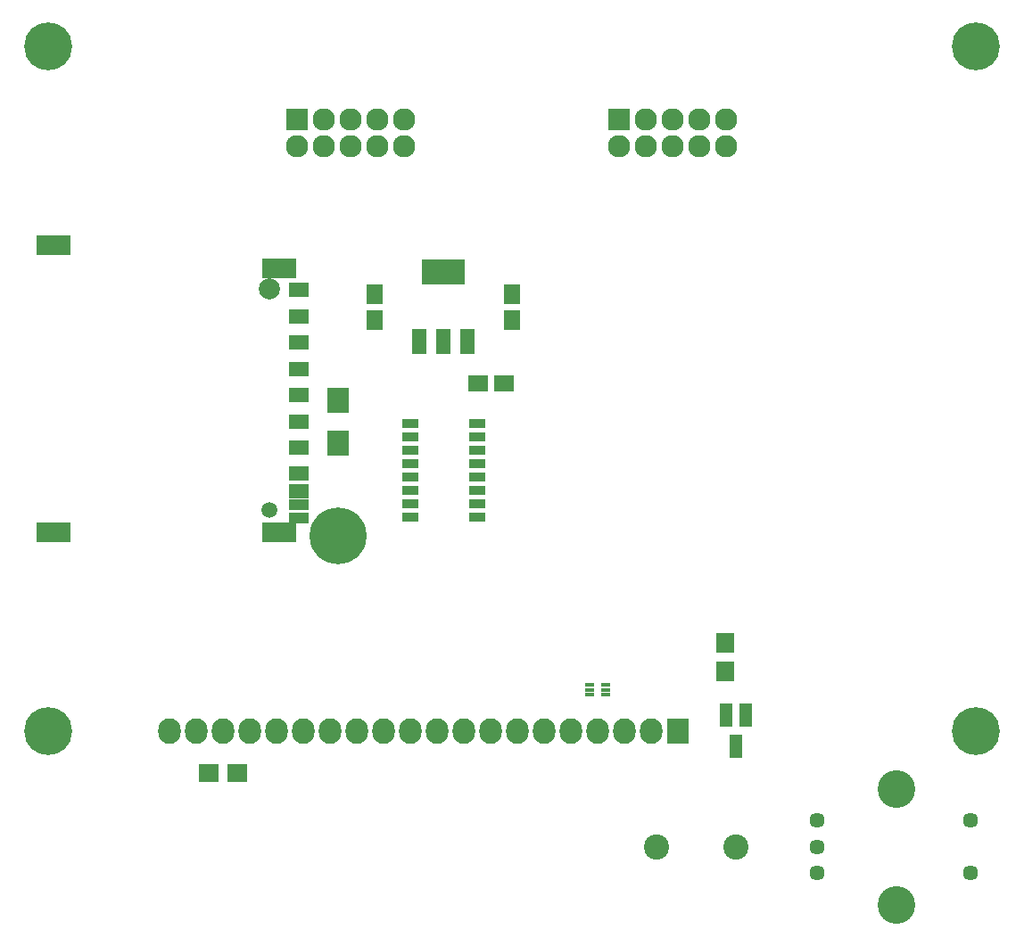
<source format=gbs>
G04 #@! TF.FileFunction,Soldermask,Bot*
%FSLAX46Y46*%
G04 Gerber Fmt 4.6, Leading zero omitted, Abs format (unit mm)*
G04 Created by KiCad (PCBNEW 4.0.5+dfsg1-4) date Wed Apr 10 14:12:04 2019*
%MOMM*%
%LPD*%
G01*
G04 APERTURE LIST*
%ADD10C,0.100000*%
%ADD11C,1.450000*%
%ADD12C,3.575000*%
%ADD13R,0.950000X0.400000*%
%ADD14C,2.000200*%
%ADD15C,1.492200*%
%ADD16R,1.901140X1.101040*%
%ADD17R,1.901140X1.400760*%
%ADD18R,3.199080X1.901140*%
%ADD19R,1.416000X2.432000*%
%ADD20R,4.057600X2.432000*%
%ADD21R,1.543000X0.908000*%
%ADD22R,1.650000X1.900000*%
%ADD23R,1.900000X1.650000*%
%ADD24R,1.700000X1.900000*%
%ADD25R,2.000000X2.400000*%
%ADD26R,1.200100X2.200860*%
%ADD27O,2.127200X2.432000*%
%ADD28R,2.127200X2.432000*%
%ADD29O,2.127200X2.127200*%
%ADD30R,2.127200X2.127200*%
%ADD31C,4.550000*%
%ADD32R,1.900000X1.700000*%
%ADD33C,2.400000*%
%ADD34C,5.400000*%
G04 APERTURE END LIST*
D10*
D11*
X172500000Y-129000000D03*
X172500000Y-131500000D03*
X172500000Y-134000000D03*
D12*
X180000000Y-126000000D03*
X180000000Y-137000000D03*
D11*
X187000000Y-134000000D03*
X187000000Y-129000000D03*
D13*
X150913000Y-116086000D03*
X150913000Y-116586000D03*
X150913000Y-117086000D03*
X152363000Y-117086000D03*
X152363000Y-116586000D03*
X152363000Y-116086000D03*
D14*
X120449080Y-78500400D03*
D15*
X120449080Y-99501120D03*
D16*
X123250700Y-100250420D03*
X123250700Y-99049000D03*
D17*
X123250700Y-81124220D03*
D18*
X121449840Y-76549680D03*
X121449840Y-101649960D03*
X99948740Y-74350040D03*
X99948740Y-101649960D03*
D17*
X123250700Y-78624860D03*
X123250700Y-97751060D03*
X123250700Y-96049260D03*
X123250700Y-93626100D03*
X123250700Y-91124200D03*
X123250700Y-88624840D03*
X123250700Y-86125480D03*
X123250700Y-83626120D03*
D19*
X139286000Y-83552000D03*
X134714000Y-83552000D03*
X137000000Y-83552000D03*
D20*
X137000000Y-76948000D03*
D21*
X133825000Y-92575000D03*
X140175000Y-91305000D03*
X140175000Y-92575000D03*
X140175000Y-93845000D03*
X140175000Y-95115000D03*
X140175000Y-96385000D03*
X140175000Y-97655000D03*
X140175000Y-98925000D03*
X140175000Y-100195000D03*
X133825000Y-100195000D03*
X133825000Y-98925000D03*
X133825000Y-97655000D03*
X133825000Y-96385000D03*
X133825000Y-95115000D03*
X133825000Y-93845000D03*
X133825000Y-91305000D03*
D22*
X143500000Y-81500000D03*
X143500000Y-79000000D03*
X130500000Y-81500000D03*
X130500000Y-79000000D03*
D23*
X142750000Y-87500000D03*
X140250000Y-87500000D03*
D24*
X163750000Y-114850000D03*
X163750000Y-112150000D03*
D25*
X127000000Y-93150000D03*
X127000000Y-89150000D03*
D26*
X164750000Y-122001140D03*
X165700000Y-118998860D03*
X163800000Y-118998860D03*
D27*
X110990000Y-120500000D03*
X113530000Y-120500000D03*
X116070000Y-120500000D03*
X118610000Y-120500000D03*
X121150000Y-120500000D03*
X123690000Y-120500000D03*
X126230000Y-120500000D03*
X128770000Y-120500000D03*
X131310000Y-120500000D03*
X133850000Y-120500000D03*
X136390000Y-120500000D03*
X138930000Y-120500000D03*
X141470000Y-120500000D03*
X144010000Y-120500000D03*
X146550000Y-120500000D03*
X149090000Y-120500000D03*
X151630000Y-120500000D03*
X154170000Y-120500000D03*
X156710000Y-120500000D03*
D28*
X159250000Y-120500000D03*
D29*
X133300000Y-65000000D03*
X133300000Y-62460000D03*
X130760000Y-65000000D03*
X130760000Y-62460000D03*
X128220000Y-65000000D03*
X128220000Y-62460000D03*
X125680000Y-65000000D03*
X125680000Y-62460000D03*
X123140000Y-65000000D03*
D30*
X123140000Y-62460000D03*
D31*
X99500000Y-55500000D03*
X187500000Y-120500000D03*
X99500000Y-120500000D03*
D32*
X114717840Y-124495560D03*
X117417840Y-124495560D03*
D33*
X164799840Y-131500000D03*
X157200160Y-131500000D03*
D31*
X187500000Y-55500000D03*
D29*
X163800000Y-65000000D03*
X163800000Y-62460000D03*
X161260000Y-65000000D03*
X161260000Y-62460000D03*
X158720000Y-65000000D03*
X158720000Y-62460000D03*
X156180000Y-65000000D03*
X156180000Y-62460000D03*
X153640000Y-65000000D03*
D30*
X153640000Y-62460000D03*
D34*
X127000000Y-102000000D03*
M02*

</source>
